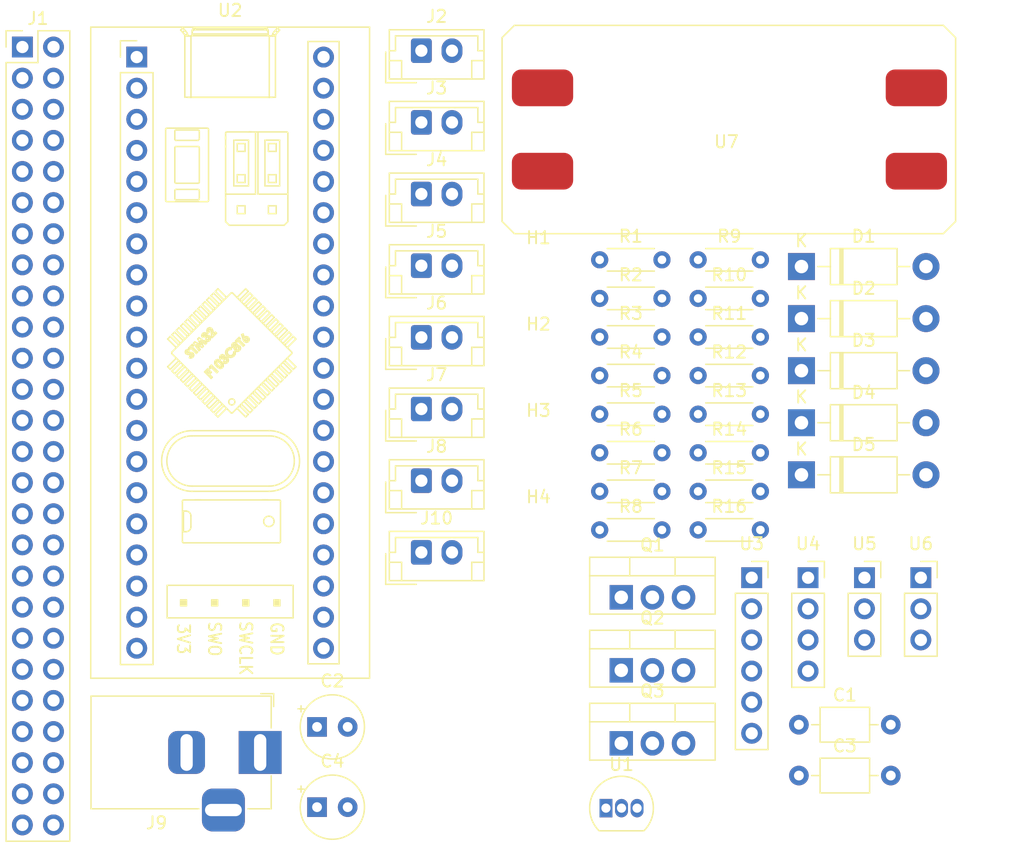
<source format=kicad_pcb>
(kicad_pcb (version 20240108) (generator "pcbnew") (generator_version "8.0")
  (layers (0 "F.Cu" signal) (31 "B.Cu" signal) (34 "B.Paste" user) (35 "F.Paste" user) (36 "B.SilkS" user "B.Silkscreen") (37 "F.SilkS" user "F.Silkscreen") (38 "B.Mask" user) (39 "F.Mask" user) (44 "Edge.Cuts" user))
  (net 0 "")
  (net 1 "GND")
  (net 2 "+5V")
  (net 3 "Net-(D5-A)")
  (net 4 "Net-(U5-IN)")
  (net 5 "+3.3V")
  (net 6 "Net-(D1-A)")
  (net 7 "SOLAR_OUT")
  (net 8 "Net-(D2-A)")
  (net 9 "Net-(D3-A)")
  (net 15 "SDA_2")
  (net 18 "SCL_2")
  (net 20 "OBC_GND")
  (net 24 "COM_GND")
  (net 29 "ADCS_GND")
  (net 30 "PA5")
  (net 31 "SOLAR_IN")
  (net 32 "BAT_OUT")
  (net 34 "Net-(Q1-G)")
  (net 35 "Net-(Q2-G)")
  (net 36 "Net-(Q3-G)")
  (net 37 "PB12")
  (net 38 "PB13")
  (net 39 "PB14")
  (net 40 "PA1")
  (net 41 "PA2")
  (net 42 "PA3")
  (net 43 "PA4")
  (net 44 "Temp")
  (net 46 "RX1")
  (net 48 "TX1")
  (net 65 "PA6")
  (net 72 "+12V")
  (footprint "Resistor_THT:R_Axial_DIN0204_L3.6mm_D1.6mm_P5.08mm_Horizontal" (layer "F.Cu") (at 152.75 82.9)
    (property "Reference" "R1" (at 2.54 -1.92 0) (layer "F.SilkS"))
    (property "Value" "10K")
    (pad "1" thru_hole circle (at 0 0) (size 1.4 1.4) (drill 0.7) (layers "*.Cu" "*.Mask") (net 1 "GND"))
    (pad "2" thru_hole oval (at 5.08 0) (size 1.4 1.4) (drill 0.7) (layers "*.Cu" "*.Mask") (net 37 "PB12"))
  )
  (footprint "Connector_BarrelJack:BarrelJack_Horizontal" (layer "F.Cu") (at 125.05 123.115)
    (property "Reference" "J9" (at -8.45 5.75 0) (layer "F.SilkS"))
    (property "Value" "Barrel_Jack_Switch")
    (pad "1" thru_hole rect (at 0 0) (size 3.5 3.5) (drill oval 1 3) (layers "*.Cu" "*.Mask") (net 4 "Net-(U5-IN)"))
    (pad "2" thru_hole roundrect (at -6 0) (size 3 3.5) (drill oval 1 3) (layers "*.Cu" "*.Mask"))
    (pad "3" thru_hole roundrect (at -3 4.7) (size 3.5 3.5) (drill oval 3 1) (layers "*.Cu" "*.Mask") (net 1 "GND"))
  )
  (footprint "Resistor_THT:R_Axial_DIN0204_L3.6mm_D1.6mm_P5.08mm_Horizontal" (layer "F.Cu") (at 152.75 104.95)
    (property "Reference" "R8" (at 2.54 -1.92 0) (layer "F.SilkS"))
    (property "Value" "47K")
    (pad "1" thru_hole circle (at 0 0) (size 1.4 1.4) (drill 0.7) (layers "*.Cu" "*.Mask") (net 8 "Net-(D2-A)"))
    (pad "2" thru_hole oval (at 5.08 0) (size 1.4 1.4) (drill 0.7) (layers "*.Cu" "*.Mask") (net 41 "PA2"))
  )
  (footprint "Library:MT3608 Module" (layer "F.Cu") (at 163.085 72.765)
    (property "Reference" "U7" (at 0 0.5 0) (layer "F.SilkS"))
    (property "Value" "~")
    (pad "1" smd roundrect (at -15 2.9) (size 5 3) (layers "F.Cu" "F.Paste" "F.Mask") (net 2 "+5V"))
    (pad "2" smd roundrect (at -15 -3.9) (size 5 3) (layers "F.Cu" "F.Paste" "F.Mask") (net 1 "GND"))
    (pad "3" smd roundrect (at 15.5 -3.9) (size 5 3) (layers "F.Cu" "F.Paste" "F.Mask") (net 1 "GND"))
    (pad "4" smd roundrect (at 15.5 2.9) (size 5 3) (layers "F.Cu" "F.Paste" "F.Mask") (net 72 "+12V"))
  )
  (footprint "Resistor_THT:R_Axial_DIN0204_L3.6mm_D1.6mm_P5.08mm_Horizontal" (layer "F.Cu") (at 160.78 92.35)
    (property "Reference" "R12" (at 2.54 -1.92 0) (layer "F.SilkS"))
    (property "Value" "33K")
    (pad "1" thru_hole circle (at 0 0) (size 1.4 1.4) (drill 0.7) (layers "*.Cu" "*.Mask") (net 41 "PA2"))
    (pad "2" thru_hole oval (at 5.08 0) (size 1.4 1.4) (drill 0.7) (layers "*.Cu" "*.Mask") (net 1 "GND"))
  )
  (footprint "Diode_THT:D_DO-41_SOD81_P10.16mm_Horizontal" (layer "F.Cu") (at 169.21 83.45)
    (property "Reference" "D1" (at 5.08 -2.47 0) (layer "F.SilkS"))
    (property "Value" "1N5817")
    (fp_text user "K" (at 0 -2.1 0) (layer "F.SilkS"))
    (pad "1" thru_hole rect (at 0 0) (size 2.2 2.2) (drill 1.1) (layers "*.Cu" "*.Mask") (net 7 "SOLAR_OUT"))
    (pad "2" thru_hole oval (at 10.16 0) (size 2.2 2.2) (drill 1.1) (layers "*.Cu" "*.Mask") (net 6 "Net-(D1-A)"))
  )
  (footprint "Capacitor_THT:CP_Radial_Tantal_D5.0mm_P2.50mm" (layer "F.Cu") (at 129.689775 121.03)
    (property "Reference" "C2" (at 1.25 -3.75 0) (layer "F.SilkS"))
    (property "Value" "0.1uF")
    (pad "1" thru_hole rect (at 0 0) (size 1.6 1.6) (drill 0.8) (layers "*.Cu" "*.Mask") (net 3 "Net-(D5-A)"))
    (pad "2" thru_hole circle (at 2.5 0) (size 1.6 1.6) (drill 0.8) (layers "*.Cu" "*.Mask") (net 1 "GND"))
  )
  (footprint "Connector_JST:JST_EH_B2B-EH-A_1x02_P2.50mm_Vertical" (layer "F.Cu") (at 138.2 83.38)
    (property "Reference" "J5" (at 1.25 -2.8 0) (layer "F.SilkS"))
    (property "Value" "-Y")
    (pad "1" thru_hole roundrect (at 0 0) (size 1.7 2) (drill 1) (layers "*.Cu" "*.Mask") (roundrect_rratio 0.147059) (net 1 "GND"))
    (pad "2" thru_hole oval (at 2.5 0) (size 1.7 2) (drill 1) (layers "*.Cu" "*.Mask") (net 1 "GND"))
  )
  (footprint "Connector_PinSocket_2.54mm:PinSocket_1x03_P2.54mm_Vertical" (layer "F.Cu") (at 178.95 108.85)
    (property "Reference" "U6" (at 0 -2.77 0) (layer "F.SilkS"))
    (property "Value" "LD1117S33TR_SOT223")
    (pad "1" thru_hole rect (at 0 0) (size 1.7 1.7) (drill 1) (layers "*.Cu" "*.Mask") (net 1 "GND"))
    (pad "2" thru_hole oval (at 0 2.54) (size 1.7 1.7) (drill 1) (layers "*.Cu" "*.Mask") (net 5 "+3.3V"))
    (pad "3" thru_hole oval (at 0 5.08) (size 1.7 1.7) (drill 1) (layers "*.Cu" "*.Mask") (net 2 "+5V"))
  )
  (footprint "Library:YAAJ_BluePill_1" (layer "F.Cu") (at 114.98 66.35)
    (property "Reference" "U2" (at 7.62 -3.81 0) (layer "F.SilkS"))
    (property "Value" "YAAJ_BluePill" (hide yes))
    (fp_text user "SWO" (at 6.35 47.498 -90) (layer "F.SilkS") (effects (font (size 1 0.9))))
    (fp_text user "SWCLK" (at 8.89 48.26 -90) (layer "F.SilkS") (effects (font (size 1 0.9))))
    (fp_text user "3V3" (at 3.81 47.498 -90) (layer "F.SilkS") (effects (font (size 1 0.9))))
    (fp_text user "GND" (at 11.43 47.498 -90) (layer "F.SilkS") (effects (font (size 1 0.9))))
    (pad "1" thru_hole rect (at 0 0) (size 1.7 1.7) (drill 1) (layers "*.Cu" "*.Mask") (net 37 "PB12"))
    (pad "2" thru_hole circle (at 0 2.54) (size 1.7 1.7) (drill 1) (layers "*.Cu" "*.Mask") (net 38 "PB13"))
    (pad "3" thru_hole circle (at 0 5.08) (size 1.7 1.7) (drill 1) (layers "*.Cu" "*.Mask") (net 39 "PB14"))
    (pad "4" thru_hole circle (at 0 7.62) (size 1.7 1.7) (drill 1) (layers "*.Cu" "*.Mask"))
    (pad "5" thru_hole circle (at 0 10.16) (size 1.7 1.7) (drill 1) (layers "*.Cu" "*.Mask"))
    (pad "6" thru_hole circle (at 0 12.7) (size 1.7 1.7) (drill 1) (layers "*.Cu" "*.Mask") (net 48 "TX1"))
    (pad "7" thru_hole circle (at 0 15.24) (size 1.7 1.7) (drill 1) (layers "*.Cu" "*.Mask") (net 46 "RX1"))
    (pad "8" thru_hole circle (at 0 17.78) (size 1.7 1.7) (drill 1) (layers "*.Cu" "*.Mask"))
    (pad "9" thru_hole circle (at 0 20.32) (size 1.7 1.7) (drill 1) (layers "*.Cu" "*.Mask"))
    (pad "10" thru_hole circle (at 0 22.86) (size 1.7 1.7) (drill 1) (layers "*.Cu" "*.Mask"))
    (pad "11" thru_hole circle (at 0 25.4) (size 1.7 1.7) (drill 1) (layers "*.Cu" "*.Mask"))
    (pad "12" thru_hole circle (at 0 27.94) (size 1.7 1.7) (drill 1) (layers "*.Cu" "*.Mask"))
    (pad "13" thru_hole circle (at 0 30.48) (size 1.7 1.7) (drill 1) (layers "*.Cu" "*.Mask"))
    (pad "14" thru_hole circle (at 0 33.02) (size 1.7 1.7) (drill 1) (layers "*.Cu" "*.Mask"))
    (pad "15" thru_hole circle (at 0 35.56) (size 1.7 1.7) (drill 1) (layers "*.Cu" "*.Mask"))
    (pad "16" thru_hole circle (at 0 38.1) (size 1.7 1.7) (drill 1) (layers "*.Cu" "*.Mask"))
    (pad "17" thru_hole circle (at 0 40.64) (size 1.7 1.7) (drill 1) (layers "*.Cu" "*.Mask"))
    (pad "18" thru_hole circle (at 0 43.18) (size 1.7 1.7) (drill 1) (layers "*.Cu" "*.Mask"))
    (pad "19" thru_hole circle (at 0 45.72) (size 1.7 1.7) (drill 1) (layers "*.Cu" "*.Mask"))
    (pad "20" thru_hole circle (at 0 48.26) (size 1.7 1.7) (drill 1) (layers "*.Cu" "*.Mask"))
    (pad "21" thru_hole circle (at 15.24 48.26) (size 1.7 1.7) (drill 1) (layers "*.Cu" "*.Mask"))
    (pad "22" thru_hole circle (at 15.24 45.72) (size 1.7 1.7) (drill 1) (layers "*.Cu" "*.Mask"))
    (pad "23" thru_hole circle (at 15.24 43.18) (size 1.7 1.7) (drill 1) (layers "*.Cu" "*.Mask"))
    (pad "24" thru_hole circle (at 15.24 40.64) (size 1.7 1.7) (drill 1) (layers "*.Cu" "*.Mask"))
    (pad "25" thru_hole circle (at 15.24 38.1) (size 1.7 1.7) (drill 1) (layers "*.Cu" "*.Mask") (net 44 "Temp"))
    (pad "26" thru_hole circle (at 15.24 35.56) (size 1.7 1.7) (drill 1) (layers "*.Cu" "*.Mask") (net 40 "PA1"))
    (pad "27" thru_hole circle (at 15.24 33.02) (size 1.7 1.7) (drill 1) (layers "*.Cu" "*.Mask") (net 41 "PA2"))
    (pad "28" thru_hole circle (at 15.24 30.48) (size 1.7 1.7) (drill 1) (layers "*.Cu" "*.Mask") (net 42 "PA3"))
    (pad "29" thru_hole circle (at 15.24 27.94) (size 1.7 1.7) (drill 1) (layers "*.Cu" "*.Mask") (net 43 "PA4"))
    (pad "30" thru_hole circle (at 15.24 25.4) (size 1.7 1.7) (drill 1) (layers "*.Cu" "*.Mask") (net 30 "PA5"))
    (pad "31" thru_hole circle (at 15.24 22.86) (size 1.7 1.7) (drill 1) (layers "*.Cu" "*.Mask") (net 65 "PA6"))
    (pad "32" thru_hole circle (at 15.24 20.32) (size 1.7 1.7) (drill 1) (layers "*.Cu" "*.Mask"))
    (pad "33" thru_hole circle (at 15.24 17.78) (size 1.7 1.7) (drill 1) (layers "*.Cu" "*.Mask"))
    (pad "34" thru_hole circle (at 15.24 15.24) (size 1.7 1.7) (drill 1) (layers "*.Cu" "*.Mask"))
    (pad "35" thru_hole circle (at 15.24 12.7) (size 1.7 1.7) (drill 1) (layers "*.Cu" "*.Mask") (net 18 "SCL_2"))
    (pad "36" thru_hole circle (at 15.24 10.16) (size 1.7 1.7) (drill 1) (layers "*.Cu" "*.Mask") (net 15 "SDA_2"))
    (pad "37" thru_hole circle (at 15.24 7.62) (size 1.7 1.7) (drill 1) (layers "*.Cu" "*.Mask"))
    (pad "38" thru_hole circle (at 15.24 5.08) (size 1.7 1.7) (drill 1) (layers "*.Cu" "*.Mask") (net 5 "+3.3V"))
    (pad "39" thru_hole circle (at 15.24 2.54) (size 1.7 1.7) (drill 1) (layers "*.Cu" "*.Mask") (net 1 "GND"))
    (pad "40" thru_hole circle (at 15.24 0) (size 1.7 1.7) (drill 1) (layers "*.Cu" "*.Mask") (net 1 "GND"))
  )
  (footprint "Resistor_THT:R_Axial_DIN0204_L3.6mm_D1.6mm_P5.08mm_Horizontal" (layer "F.Cu") (at 160.78 95.5)
    (property "Reference" "R13" (at 2.54 -1.92 0) (layer "F.SilkS"))
    (property "Value" "33K")
    (pad "1" thru_hole circle (at 0 0) (size 1.4 1.4) (drill 0.7) (layers "*.Cu" "*.Mask") (net 42 "PA3"))
    (pad "2" thru_hole oval (at 5.08 0) (size 1.4 1.4) (drill 0.7) (layers "*.Cu" "*.Mask") (net 1 "GND"))
  )
  (footprint "Capacitor_THT:CP_Radial_Tantal_D5.0mm_P2.50mm" (layer "F.Cu") (at 129.689775 127.58)
    (property "Reference" "C4" (at 1.25 -3.75 0) (layer "F.SilkS"))
    (property "Value" "10uF")
    (pad "1" thru_hole rect (at 0 0) (size 1.6 1.6) (drill 0.8) (layers "*.Cu" "*.Mask") (net 5 "+3.3V"))
    (pad "2" thru_hole circle (at 2.5 0) (size 1.6 1.6) (drill 0.8) (layers "*.Cu" "*.Mask") (net 1 "GND"))
  )
  (footprint "MountingHole:MountingHole_3.2mm_M3_ISO14580" (layer "F.Cu") (at 147.75 106)
    (property "Reference" "H4" (at 0 -3.75 0) (layer "F.SilkS"))
    (property "Value" "MountingHole")
    (pad "" np_thru_hole circle (at 0 0) (size 3.2 3.2) (drill 3.2) (layers "*.Cu" "*.Mask"))
  )
  (footprint "Connector_PinSocket_2.54mm:PinSocket_1x06_P2.54mm_Vertical" (layer "F.Cu") (at 165.15 108.85)
    (property "Reference" "U3" (at 0 -2.77 0) (layer "F.SilkS"))
    (property "Value" "~")
    (pad "1" thru_hole rect (at 0 0) (size 1.7 1.7) (drill 1) (layers "*.Cu" "*.Mask") (net 32 "BAT_OUT"))
    (pad "2" thru_hole oval (at 0 2.54) (size 1.7 1.7) (drill 1) (layers "*.Cu" "*.Mask") (net 1 "GND"))
    (pad "3" thru_hole oval (at 0 5.08) (size 1.7 1.7) (drill 1) (layers "*.Cu" "*.Mask"))
    (pad "4" thru_hole oval (at 0 7.62) (size 1.7 1.7) (drill 1) (layers "*.Cu" "*.Mask") (net 65 "PA6"))
    (pad "5" thru_hole oval (at 0 10.16) (size 1.7 1.7) (drill 1) (layers "*.Cu" "*.Mask") (net 1 "GND"))
    (pad "6" thru_hole oval (at 0 12.7) (size 1.7 1.7) (drill 1) (layers "*.Cu" "*.Mask") (net 30 "PA5"))
  )
  (footprint "Resistor_THT:R_Axial_DIN0204_L3.6mm_D1.6mm_P5.08mm_Horizontal" (layer "F.Cu") (at 152.75 101.8)
    (property "Reference" "R7" (at 2.54 -1.92 0) (layer "F.SilkS"))
    (property "Value" "47K")
    (pad "1" thru_hole circle (at 0 0) (size 1.4 1.4) (drill 0.7) (layers "*.Cu" "*.Mask") (net 6 "Net-(D1-A)"))
    (pad "2" thru_hole oval (at 5.08 0) (size 1.4 1.4) (drill 0.7) (layers "*.Cu" "*.Mask") (net 40 "PA1"))
  )
  (footprint "Package_TO_SOT_THT:TO-92_Inline" (layer "F.Cu") (at 153.26 127.66)
    (property "Reference" "U1" (at 1.27 -3.56 0) (layer "F.SilkS"))
    (property "Value" "LM35-LP")
    (pad "1" thru_hole rect (at 0 0) (size 1.05 1.5) (drill 0.75) (layers "*.Cu" "*.Mask") (net 5 "+3.3V"))
    (pad "2" thru_hole oval (at 1.27 0) (size 1.05 1.5) (drill 0.75) (layers "*.Cu" "*.Mask") (net 44 "Temp"))
    (pad "3" thru_hole oval (at 2.54 0) (size 1.05 1.5) (drill 0.75) (layers "*.Cu" "*.Mask") (net 1 "GND"))
  )
  (footprint "Connector_JST:JST_EH_B2B-EH-A_1x02_P2.50mm_Vertical" (layer "F.Cu") (at 138.2 89.23)
    (property "Reference" "J6" (at 1.25 -2.8 0) (layer "F.SilkS"))
    (property "Value" "Battery Connector 3.7")
    (pad "1" thru_hole roundrect (at 0 0) (size 1.7 2) (drill 1) (layers "*.Cu" "*.Mask") (roundrect_rratio 0.147059) (net 30 "PA5"))
    (pad "2" thru_hole oval (at 2.5 0) (size 1.7 2) (drill 1) (layers "*.Cu" "*.Mask") (net 1 "GND"))
  )
  (footprint "Connector_PinSocket_2.54mm:PinSocket_1x04_P2.54mm_Vertical" (layer "F.Cu") (at 169.75 108.85)
    (property "Reference" "U4" (at 0 -2.77 0) (layer "F.SilkS"))
    (property "Value" "~")
    (pad "1" thru_hole rect (at 0 0) (size 1.7 1.7) (drill 1) (layers "*.Cu" "*.Mask") (net 32 "BAT_OUT"))
    (pad "2" thru_hole oval (at 0 2.54) (size 1.7 1.7) (drill 1) (layers "*.Cu" "*.Mask") (net 1 "GND"))
    (pad "3" thru_hole oval (at 0 5.08) (size 1.7 1.7) (drill 1) (layers "*.Cu" "*.Mask") (net 1 "GND"))
    (pad "4" thru_hole oval (at 0 7.62) (size 1.7 1.7) (drill 1) (layers "*.Cu" "*.Mask") (net 31 "SOLAR_IN"))
  )
  (footprint "Resistor_THT:R_Axial_DIN0204_L3.6mm_D1.6mm_P5.08mm_Horizontal" (layer "F.Cu") (at 160.78 89.2)
    (property "Reference" "R11" (at 2.54 -1.92 0) (layer "F.SilkS"))
    (property "Value" "33K")
    (pad "1" thru_hole circle (at 0 0) (size 1.4 1.4) (drill 0.7) (layers "*.Cu" "*.Mask") (net 40 "PA1"))
    (pad "2" thru_hole oval (at 5.08 0) (size 1.4 1.4) (drill 0.7) (layers "*.Cu" "*.Mask") (net 1 "GND"))
  )
  (footprint "Diode_THT:D_DO-41_SOD81_P10.16mm_Horizontal" (layer "F.Cu") (at 169.21 100.45)
    (property "Reference" "D5" (at 5.08 -2.47 0) (layer "F.SilkS"))
    (property "Value" "1N5817")
    (fp_text user "K" (at 0 -2.1 0) (layer "F.SilkS"))
    (pad "1" thru_hole rect (at 0 0) (size 2.2 2.2) (drill 1.1) (layers "*.Cu" "*.Mask") (net 2 "+5V"))
    (pad "2" thru_hole oval (at 10.16 0) (size 2.2 2.2) (drill 1.1) (layers "*.Cu" "*.Mask") (net 3 "Net-(D5-A)"))
  )
  (footprint "Resistor_THT:R_Axial_DIN0204_L3.6mm_D1.6mm_P5.08mm_Horizontal" (layer "F.Cu") (at 152.75 86.05)
    (property "Reference" "R2" (at 2.54 -1.92 0) (layer "F.SilkS"))
    (property "Value" "220")
    (pad "1" thru_hole circle (at 0 0) (size 1.4 1.4) (drill 0.7) (layers "*.Cu" "*.Mask") (net 34 "Net-(Q1-G)"))
    (pad "2" thru_hole oval (at 5.08 0) (size 1.4 1.4) (drill 0.7) (layers "*.Cu" "*.Mask") (net 37 "PB12"))
  )
  (footprint "Resistor_THT:R_Axial_DIN0204_L3.6mm_D1.6mm_P5.08mm_Horizontal" (layer "F.Cu") (at 160.78 82.9)
    (property "Reference" "R9" (at 2.54 -1.92 0) (layer "F.SilkS"))
    (property "Value" "47K")
    (pad "1" thru_hole circle (at 0 0) (size 1.4 1.4) (drill 0.7) (layers "*.Cu" "*.Mask") (net 9 "Net-(D3-A)"))
    (pad "2" thru_hole oval (at 5.08 0) (size 1.4 1.4) (drill 0.7) (layers "*.Cu" "*.Mask") (net 42 "PA3"))
  )
  (footprint "Package_TO_SOT_THT:TO-220-3_Vertical" (layer "F.Cu") (at 154.51 116.41)
    (property "Reference" "Q2" (at 2.54 -4.27 0) (layer "F.SilkS"))
    (property "Value" "IRF540N")
    (pad "1" thru_hole rect (at 0 0) (size 1.905 2) (drill 1.1) (layers "*.Cu" "*.Mask") (net 35 "Net-(Q2-G)"))
    (pad "2" thru_hole oval (at 2.54 0) (size 1.905 2) (drill 1.1) (layers "*.Cu" "*.Mask") (net 1 "GND"))
    (pad "3" thru_hole oval (at 5.08 0) (size 1.905 2) (drill 1.1) (layers "*.Cu" "*.Mask") (net 20 "OBC_GND"))
  )
  (footprint "Connector_PinSocket_2.54mm:PinSocket_1x03_P2.54mm_Vertical" (layer "F.Cu") (at 174.35 108.85)
    (property "Reference" "U5" (at 0 -2.77 0) (layer "F.SilkS"))
    (property "Value" "L7805")
    (pad "1" thru_hole rect (at 0 0) (size 1.7 1.7) (drill 1) (layers "*.Cu" "*.Mask") (net 4 "Net-(U5-IN)"))
    (pad "2" thru_hole oval (at 0 2.54) (size 1.7 1.7) (drill 1) (layers "*.Cu" "*.Mask") (net 1 "GND"))
    (pad "3" thru_hole oval (at 0 5.08) (size 1.7 1.7) (drill 1) (layers "*.Cu" "*.Mask") (net 3 "Net-(D5-A)"))
  )
  (footprint "Resistor_THT:R_Axial_DIN0204_L3.6mm_D1.6mm_P5.08mm_Horizontal" (layer "F.Cu") (at 152.75 98.65)
    (property "Reference" "R6" (at 2.54 -1.92 0) (layer "F.SilkS"))
    (property "Value" "220")
    (pad "1" thru_hole circle (at 0 0) (size 1.4 1.4) (drill 0.7) (layers "*.Cu" "*.Mask") (net 36 "Net-(Q3-G)"))
    (pad "2" thru_hole oval (at 5.08 0) (size 1.4 1.4) (drill 0.7) (layers "*.Cu" "*.Mask") (net 39 "PB14"))
  )
  (footprint "Capacitor_THT:C_Axial_L3.8mm_D2.6mm_P7.50mm_Horizontal" (layer "F.Cu") (at 169 120.85)
    (property "Reference" "C1" (at 3.75 -2.42 0) (layer "F.SilkS"))
    (property "Value" "100nF")
    (pad "1" thru_hole circle (at 0 0) (size 1.6 1.6) (drill 0.8) (layers "*.Cu" "*.Mask") (net 2 "+5V"))
    (pad "2" thru_hole oval (at 7.5 0) (size 1.6 1.6) (drill 0.8) (layers "*.Cu" "*.Mask") (net 1 "GND"))
  )
  (footprint "Connector_JST:JST_EH_B2B-EH-A_1x02_P2.50mm_Vertical" (layer "F.Cu") (at 138.2 77.53)
    (property "Reference" "J4" (at 1.25 -2.8 0) (layer "F.SilkS"))
    (property "Value" "+Y")
    (pad "1" thru_hole roundrect (at 0 0) (size 1.7 2) (drill 1) (layers "*.Cu" "*.Mask") (roundrect_rratio 0.147059) (net 9 "Net-(D3-A)"))
    (pad "2" thru_hole oval (at 2.5 0) (size 1.7 2) (drill 1) (layers "*.Cu" "*.Mask") (net 1 "GND"))
  )
  (footprint "Connector_JST:JST_EH_B2B-EH-A_1x02_P2.50mm_Vertical" (layer "F.Cu") (at 138.2 65.83)
    (property "Reference" "J2" (at 1.25 -2.8 0) (layer "F.SilkS"))
    (property "Value" "+X")
    (pad "1" thru_hole roundrect (at 0 0) (size 1.7 2) (drill 1) (layers "*.Cu" "*.Mask") (roundrect_rratio 0.147059) (net 6 "Net-(D1-A)"))
    (pad "2" thru_hole oval (at 2.5 0) (size 1.7 2) (drill 1) (layers "*.Cu" "*.Mask") (net 1 "GND"))
  )
  (footprint "Diode_THT:D_DO-41_SOD81_P10.16mm_Horizontal" (layer "F.Cu") (at 169.21 91.95)
    (property "Reference" "D3" (at 5.08 -2.47 0) (layer "F.SilkS"))
    (property "Value" "1N5817")
    (fp_text user "K" (at 0 -2.1 0) (layer "F.SilkS"))
    (pad "1" thru_hole rect (at 0 0) (size 2.2 2.2) (drill 1.1) (layers "*.Cu" "*.Mask") (net 7 "SOLAR_OUT"))
    (pad "2" thru_hole oval (at 10.16 0) (size 2.2 2.2) (drill 1.1) (layers "*.Cu" "*.Mask") (net 9 "Net-(D3-A)"))
  )
  (footprint "Resistor_THT:R_Axial_DIN0204_L3.6mm_D1.6mm_P5.08mm_Horizontal" (layer "F.Cu") (at 160.78 104.95)
    (property "Reference" "R16" (at 2.54 -1.92 0) (layer "F.SilkS"))
    (property "Value" "10K")
    (pad "1" thru_hole circle (at 0 0) (size 1.4 1.4) (drill 0.7) (layers "*.Cu" "*.Mask") (net 5 "+3.3V"))
    (pad "2" thru_hole oval (at 5.08 0) (size 1.4 1.4) (drill 0.7) (layers "*.Cu" "*.Mask") (net 18 "SCL_2"))
  )
  (footprint "Package_TO_SOT_THT:TO-220-3_Vertical" (layer "F.Cu") (at 154.51 122.37)
    (property "Reference" "Q3" (at 2.54 -4.27 0) (layer "F.SilkS"))
    (property "Value" "IRF540N")
    (pad "1" thru_hole rect (at 0 0) (size 1.905 2) (drill 1.1) (layers "*.Cu" "*.Mask") (net 36 "Net-(Q3-G)"))
    (pad "2" thru_hole oval (at 2.54 0) (size 1.905 2) (drill 1.1) (layers "*.Cu" "*.Mask") (net 1 "GND"))
    (pad "3" thru_hole oval (at 5.08 0) (size 1.905 2) (drill 1.1) (layers "*.Cu" "*.Mask") (net 24 "COM_GND"))
  )
  (footprint "Connector_PinHeader_2.54mm:PinHeader_2x26_P2.54mm_Vertical" (layer "F.Cu") (at 105.65 65.53)
    (property "Reference" "J1" (at 1.27 -2.33 0) (layer "F.SilkS"))
    (property "Value" "GPIO")
    (pad "1" thru_hole rect (at 0 0) (size 1.7 1.7) (drill 1) (layers "*.Cu" "*.Mask") (net 18 "SCL_2"))
    (pad "2" thru_hole oval (at 2.54 0) (size 1.7 1.7) (drill 1) (layers "*.Cu" "*.Mask") (net 15 "SDA_2"))
    (pad "3" thru_hole oval (at 0 2.54) (size 1.7 1.7) (drill 1) (layers "*.Cu" "*.Mask"))
    (pad "4" thru_hole oval (at 2.54 2.54) (size 1.7 1.7) (drill 1) (layers "*.Cu" "*.Mask"))
    (pad "5" thru_hole oval (at 0 5.08) (size 1.7 1.7) (drill 1) (layers "*.Cu" "*.Mask"))
    (pad "6" thru_hole oval (at 2.54 5.08) (size 1.7 1.7) (drill 1) (layers "*.Cu" "*.Mask"))
    (pad "7" thru_hole oval (at 0 7.62) (size 1.7 1.7) (drill 1) (layers "*.Cu" "*.Mask"))
    (pad "8" thru_hole oval (at 2.54 7.62) (size 1.7 1.7) (drill 1) (layers "*.Cu" "*.Mask"))
    (pad "9" thru_hole oval (at 0 10.16) (size 1.7 1.7) (drill 1) (layers "*.Cu" "*.Mask"))
    (pad "10" thru_hole oval (at 2.54 10.16) (size 1.7 1.7) (drill 1) (layers "*.Cu" "*.Mask"))
    (pad "11" thru_hole oval (at 0 12.7) (size 1.7 1.7) (drill 1) (layers "*.Cu" "*.Mask"))
    (pad "12" thru_hole oval (at 2.54 12.7) (size 1.7 1.7) (drill 1) (layers "*.Cu" "*.Mask"))
    (pad "13" thru_hole oval (at 0 15.24) (size 1.7 1.7) (drill 1) (layers "*.Cu" "*.Mask"))
    (pad "14" thru_hole oval (at 2.54 15.24) (size 1.7 1.7) (drill 1) (layers "*.Cu" "*.Mask"))
    (pad "15" thru_hole oval (at 0 17.78) (size 1.7 1.7) (drill 1) (layers "*.Cu" "*.Mask"))
    (pad "16" thru_hole oval (at 2.54 17.78) (size 1.7 1.7) (drill 1) (layers "*.Cu" "*.Mask"))
    (pad "17" thru_hole oval (at 0 20.32) (size 1.7 1.7) (drill 1) (layers "*.Cu" "*.Mask"))
    (pad "18" thru_hole oval (at 2.54 20.32) (size 1.7 1.7) (drill 1) (layers "*.Cu" "*.Mask") (net 5 "+3.3V"))
    (pad "19" thru_hole oval (at 0 22.86) (size 1.7 1.7) (drill 1) (layers "*.Cu" "*.Mask") (net 2 "+5V"))
    (pad "20" thru_hole oval (at 2.54 22.86) (size 1.7 1.7) (drill 1) (layers "*.Cu" "*.Mask") (net 24 "COM_GND"))
    (pad "21" thru_hole oval (at 0 25.4) (size 1.7 1.7) (drill 1) (layers "*.Cu" "*.Mask") (net 5 "+3.3V"))
    (pad "22" thru_hole oval (at 2.54 25.4) (size 1.7 1.7) (drill 1) (layers "*.Cu" "*.Mask") (net 2 "+5V"))
    (pad "23" thru_hole oval (at 0 27.94) (size 1.7 1.7) (drill 1) (layers "*.Cu" "*.Mask") (net 20 "OBC_GND"))
    (pad "24" thru_hole oval (at 2.54 27.94) (size 1.7 1.7) (drill 1) (layers "*.Cu" "*.Mask") (net 5 "+3.3V"))
    (pad "25" thru_hole oval (at 0 30.48) (size 1.7 1.7) (drill 1) (layers "*.Cu" "*.Mask") (net 2 "+5V"))
    (pad "26" thru_hole oval (at 2.54 30.48) (size 1.7 1.7) (drill 1) (layers "*.Cu" "*.Mask") (net 29 "ADCS_GND"))
    (pad "27" thru_hole oval (at 0 33.02) (size 1.7 1.7) (drill 1) (layers "*.Cu" "*.Mask") (net 1 "GND"))
    (pad "28" thru_hole oval (at 2.54 33.02) (size 1.7 1.7) (drill 1) (layers "*.Cu" "*.Mask") (net 1 "GND"))
    (pad "29" thru_hole oval (at 0 35.56) (size 1.7 1.7) (drill 1) (layers "*.Cu" "*.Mask") (net 1 "GND"))
    (pad "30" thru_hole oval (at 2.54 35.56) (size 1.7 1.7) (drill 1) (layers "*.Cu" "*.Mask") (net 1 "GND"))
    (pad "31" thru_hole oval (at 0 38.1) (size 1.7 1.7) (drill 1) (layers "*.Cu" "*.Mask") (net 1 "GND"))
    (pad "32" thru_hole oval (at 2.54 38.1) (size 1.7 1.7) (drill 1) (layers "*.Cu" "*.Mask") (net 1 "GND"))
    (pad "33" thru_hole oval (at 0 40.64) (size 1.7 1.7) (drill 1) (layers "*.Cu" "*.Mask") (net 1 "GND"))
    (pad "34" thru_hole oval (at 2.54 40.64) (size 1.7 1.7) (drill 1) (layers "*.Cu" "*.Mask") (net 1 "GND"))
    (pad "35" thru_hole oval (at 0 43.18) (size 1.7 1.7) (drill 1) (layers "*.Cu" "*.Mask") (net 1 "GND"))
    (pad "36" thru_hole oval (at 2.54 43.18) (size 1.7 1.7) (drill 1) (layers "*.Cu" "*.Mask") (net 1 "GND"))
    (pad "37" thru_hole oval (at 0 45.72) (size 1.7 1.7) (drill 1) (layers "*.Cu" "*.Mask") (net 1 "GND"))
    (pad "38" thru_hole oval (at 2.54 45.72) (size 1.7 1.7) (drill 1) (layers "*.Cu" "*.Mask") (net 1 "GND"))
    (pad "39" thru_hole oval (at 0 48.26) (size 1.7 1.7) (drill 1) (layers "*.Cu" "*.Mask") (net 1 "GND"))
    (pad "40" thru_hole oval (at 2.54 48.26) (size 1.7 1.7) (drill 1) (layers "*.Cu" "*.Mask") (net 1 "GND"))
    (pad "41" thru_hole oval (at 0 50.8) (size 1.7 1.7) (drill 1) (layers "*.Cu" "*.Mask") (net 1 "GND"))
    (pad "42" thru_hole oval (at 2.54 50.8) (size 1.7 1.7) (drill 1) (layers "*.Cu" "*.Mask") (net 1 "GND"))
    (pad "43" thru_hole oval (at 0 53.34) (size 1.7 1.7) (drill 1) (layers "*.Cu" "*.Mask") (net 1 "GND"))
    (pad "44" thru_hole oval (at 2.54 53.34) (size 1.7 1.7) (drill 1) (layers "*.Cu" "*.Mask") (net 1 "GND"))
    (pad "45" thru_hole oval (at 0 55.88) (size 1.7 1.7) (drill 1) (layers "*.Cu" "*.Mask") (net 1 "GND"))
    (pad "46" thru_hole oval (at 2.54 55.88) (size 1.7 1.7) (drill 1) (layers "*.Cu" "*.Mask") (net 1 "GND"))
    (pad "47" thru_hole oval (at 0 58.42) (size 1.7 1.7) (drill 1) (layers "*.Cu" "*.Mask") (net 1 "GND"))
    (pad "48" thru_hole oval (at 2.54 58.42) (size 1.7 1.7) (drill 1) (layers "*.Cu" "*.Mask") (net 1 "GND"))
    (pad "49" thru_hole oval (at 0 60.96) (size 1.7 1.7) (drill 1) (layers "*.Cu" "*.Mask") (net 1 "GND"))
    (pad "50" thru_hole oval (at 2.54 60.96) (size 1.7 1.7) (drill 1) (layers "*.Cu" "*.Mask") (net 1 "GND"))
    (pad "51" thru_hole oval (at 0 63.5) (size 1.7 1.7) (drill 1) (layers "*.Cu" "*.Mask") (net 1 "GND"))
    (pad "52" thru_hole oval (at 2.54 63.5) (size 1.7 1.7) (drill 1) (layers "*.Cu" "*.Mask") (net 1 "GND"))
  )
  (footprint "Connector_JST:JST_EH_B2B-EH-A_1x02_P2.50mm_Vertical" (layer "F.Cu") (at 138.2 71.68)
    (property "Reference" "J3" (at 1.25 -2.8 0) (layer "F.SilkS"))
    (property "Value" "-X")
    (pad "1" thru_hole roundrect (at 0 0) (size 1.7 2) (drill 1) (layers "*.Cu" "*.Mask") (roundrect_rratio 0.147059) (net 8 "Net-(D2-A)"))
    (pad "2" thru_hole oval (at 2.5 0) (size 1.7 2) (drill 1) (layers "*.Cu" "*.Mask") (net 1 "GND"))
  )
  (footprint "Resistor_THT:R_Axial_DIN0204_L3.6mm_D1.6mm_P5.08mm_Horizontal" (layer "F.Cu") (at 160.78 98.65)
    (property "Reference" "R14" (at 2.54 -1.92 0) (layer "F.SilkS"))
    (property "Value" "33K")
    (pad "1" thru_hole circle (at 0 0) (size 1.4 1.4) (drill 0.7) (layers "*.Cu" "*.Mask") (net 43 "PA4"))
    (pad "2" thru_hole oval (at 5.08 0) (size 1.4 1.4) (drill 0.7) (layers "*.Cu" "*.Mask") (net 1 "GND"))
  )
  (footprint "Package_TO_SOT_THT:TO-220-3_Vertical" (layer "F.Cu") (at 154.51 110.45)
    (property "Reference" "Q1" (at 2.54 -4.27 0) (layer "F.SilkS"))
    (property "Value" "IRF540N")
    (pad "1" thru_hole rect (at 0 0) (size 1.905 2) (drill 1.1) (layers "*.Cu" "*.Mask") (net 34 "Net-(Q1-G)"))
    (pad "2" thru_hole oval (at 2.54 0) (size 1.905 2) (drill 1.1) (layers "*.Cu" "*.Mask") (net 1 "GND"))
    (pad "3" thru_hole oval (at 5.08 0) (size 1.905 2) (drill 1.1) (layers "*.Cu" "*.Mask") (net 29 "ADCS_GND"))
  )
  (footprint "Resistor_THT:R_Axial_DIN0204_L3.6mm_D1.6mm_P5.08mm_Horizontal" (layer "F.Cu") (at 152.75 89.2)
    (property "Reference" "R3" (at 2.54 -1.92 0) (layer "F.SilkS"))
    (property "Value" "10K")
    (pad "1" thru_hole circle (at 0 0) (size 1.4 1.4) (drill 0.7) (layers "*.Cu" "*.Mask") (net 1 "GND"))
    (pad "2" thru_hole oval (at 5.08 0) (size 1.4 1.4) (drill 0.7) (layers "*.Cu" "*.Mask") (net 38 "PB13"))
  )
  (footprint "Resistor_THT:R_Axial_DIN0204_L3.6mm_D1.6mm_P5.08mm_Horizontal" (layer "F.Cu") (at 160.78 86.05)
    (property "Reference" "R10" (at 2.54 -1.92 0) (layer "F.SilkS"))
    (property "Value" "47K")
    (pad "1" thru_hole circle (at 0 0) (size 1.4 1.4) (drill 0.7) (layers "*.Cu" "*.Mask") (net 1 "GND"))
    (pad "2" thru_hole oval (at 5.08 0) (size 1.4 1.4) (drill 0.7) (layers "*.Cu" "*.Mask") (net 43 "PA4"))
  )
  (footprint "Diode_THT:D_DO-41_SOD81_P10.16mm_Horizontal" (layer "F.Cu") (at 169.21 87.7)
    (property "Reference" "D2" (at 5.08 -2.47 0) (layer "F.SilkS"))
    (property "Value" "1N5817")
    (fp_text user "K" (at 0 -2.1 0) (layer "F.SilkS"))
    (pad "1" thru_hole rect (at 0 0) (size 2.2 2.2) (drill 1.1) (layers "*.Cu" "*.Mask") (net 7 "SOLAR_OUT"))
    (pad "2" thru_hole oval (at 10.16 0) (size 2.2 2.2) (drill 1.1) (layers "*.Cu" "*.Mask") (net 8 "Net-(D2-A)"))
  )
  (footprint "Connector_JST:JST_EH_B2B-EH-A_1x02_P2.50mm_Vertical" (layer "F.Cu") (at 138.2 100.93)
    (property "Reference" "J8" (at 1.25 -2.8 0) (layer "F.SilkS"))
    (property "Value" "Bat Out")
    (pad "1" thru_hole roundrect (at 0 0) (size 1.7 2) (drill 1) (layers "*.Cu" "*.Mask") (roundrect_rratio 0.147059) (net 32 "BAT_OUT"))
    (pad "2" thru_hole oval (at 2.5 0) (size 1.7 2) (drill 1) (layers "*.Cu" "*.Mask") (net 1 "GND"))
  )
  (footprint "Resistor_THT:R_Axial_DIN0204_L3.6mm_D1.6mm_P5.08mm_Horizontal" (layer "F.Cu") (at 160.78 101.8)
    (property "Reference" "R15" (at 2.54 -1.92 0) (layer "F.SilkS"))
    (property "Value" "10K")
    (pad "1" thru_hole circle (at 0 0) (size 1.4 1.4) (drill 0.7) (layers "*.Cu" "*.Mask") (net 5 "+3.3V"))
    (pad "2" thru_hole oval (at 5.08 0) (size 1.4 1.4) (drill 0.7) (layers "*.Cu" "*.Mask") (net 15 "SDA_2"))
  )
  (footprint "Connector_JST:JST_EH_B2B-EH-A_1x02_P2.50mm_Vertical" (layer "F.Cu") (at 138.2 95.08)
    (property "Reference" "J7" (at 1.25 -2.8 0) (layer "F.SilkS"))
    (property "Value" "Solar Out")
    (pad "1" thru_hole roundrect (at 0 0) (size 1.7 2) (drill 1) (layers "*.Cu" "*.Mask") (roundrect_rratio 0.147059) (net 31 "SOLAR_IN"))
    (pad "2" thru_hole oval (at 2.5 0) (size 1.7 2) (drill 1) (layers "*.Cu" "*.Mask") (net 1 "GND"))
  )
  (footprint "MountingHole:MountingHole_3.2mm_M3_ISO14580" (layer "F.Cu") (at 147.75 84.85)
    (property "Reference" "H1" (at 0 -3.75 0) (layer "F.SilkS"))
    (property "Value" "MountingHole")
    (pad "" np_thru_hole circle (at 0 0) (size 3.2 3.2) (drill 3.2) (layers "*.Cu" "*.Mask"))
  )
  (footprint "Resistor_THT:R_Axial_DIN0204_L3.6mm_D1.6mm_P5.08mm_Horizontal" (layer "F.Cu") (at 152.75 92.35)
    (property "Reference" "R4" (at 2.54 -1.92 0) (layer "F.SilkS"))
    (property "Value" "220")
    (pad "1" thru_hole circle (at 0 0) (size 1.4 1.4) (drill 0.7) (layers "*.Cu" "*.Mask") (net 35 "Net-(Q2-G)"))
    (pad "2" thru_hole oval (at 5.08 0) (size 1.4 1.4) (drill 0.7) (layers "*.Cu" "*.Mask") (net 38 "PB13"))
  )
  (footprint "MountingHole:MountingHole_3.2mm_M3_ISO14580" (layer "F.Cu") (at 147.75 98.95)
    (property "Reference" "H3" (at 0 -3.75 0) (layer "F.SilkS"))
    (property "Value" "MountingHole")
    (pad "" np_thru_hole circle (at 0 0) (size 3.2 3.2) (drill 3.2) (layers "*.Cu" "*.Mask"))
  )
  (footprint "Capacitor_THT:C_Axial_L3.8mm_D2.6mm_P7.50mm_Horizontal" (layer "F.Cu") (at 169 125)
    (property "Reference" "C3" (at 3.75 -2.42 0) (layer "F.SilkS"))
    (property "Value" "0.33uF")
    (pad "1" thru_hole circle (at 0 0) (size 1.6 1.6) (drill 0.8) (layers "*.Cu" "*.Mask") (net 4 "Net-(U5-IN)"))
    (pad "2" thru_hole oval (at 7.5 0) (size 1.6 1.6) (drill 0.8) (layers "*.Cu" "*.Mask") (net 1 "GND"))
  )
  (footprint "Resistor_THT:R_Axial_DIN0204_L3.6mm_D1.6mm_P5.08mm_Horizontal" (layer "F.Cu") (at 152.75 95.5)
    (property "Reference" "R5" (at 2.54 -1.92 0) (layer "F.SilkS"))
    (property "Value" "10K")
    (pad "1" thru_hole circle (at 0 0) (size 1.4 1.4) (drill 0.7) (layers "*.Cu" "*.Mask") (net 1 "GND"))
    (pad "2" thru_hole oval (at 5.08 0) (size 1.4 1.4) (drill 0.7) (layers "*.Cu" "*.Mask") (net 39 "PB14"))
  )
  (footprint "Connector_JST:JST_EH_B2B-EH-A_1x02_P2.50mm_Vertical" (layer "F.Cu") (at 138.2 106.78)
    (property "Reference" "J10" (at 1.25 -2.8 0) (layer "F.SilkS"))
    (property "Value" "UART_DEBUG")
    (pad "1" thru_hole roundrect (at 0 0) (size 1.7 2) (drill 1) (layers "*.Cu" "*.Mask") (roundrect_rratio 0.147059) (net 48 "TX1"))
    (pad "2" thru_hole oval (at 2.5 0) (size 1.7 2) (drill 1) (layers "*.Cu" "*.Mask") (net 46 "RX1"))
  )
  (footprint "Diode_THT:D_DO-41_SOD81_P10.16mm_Horizontal" (layer "F.Cu") (at 169.21 96.2)
    (property "Reference" "D4" (at 5.08 -2.47 0) (layer "F.SilkS"))
    (property "Value" "1N5817")
    (fp_text user "K" (at 0 -2.1 0) (layer "F.SilkS"))
    (pad "1" thru_hole rect (at 0 0) (size 2.2 2.2) (drill 1.1) (layers "*.Cu" "*.Mask") (net 7 "SOLAR_OUT"))
    (pad "2" thru_hole oval (at 10.16 0) (size 2.2 2.2) (drill 1.1) (layers "*.Cu" "*.Mask") (net 1 "GND"))
  )
  (footprint "MountingHole:MountingHole_3.2mm_M3_ISO14580" (layer "F.Cu") (at 147.75 91.9)
    (property "Reference" "H2" (at 0 -3.75 0) (layer "F.SilkS"))
    (property "Value" "MountingHole")
    (pad "" np_thru_hole circle (at 0 0) (size 3.2 3.2) (drill 3.2) (layers "*.Cu" "*.Mask"))
  )
)
</source>
